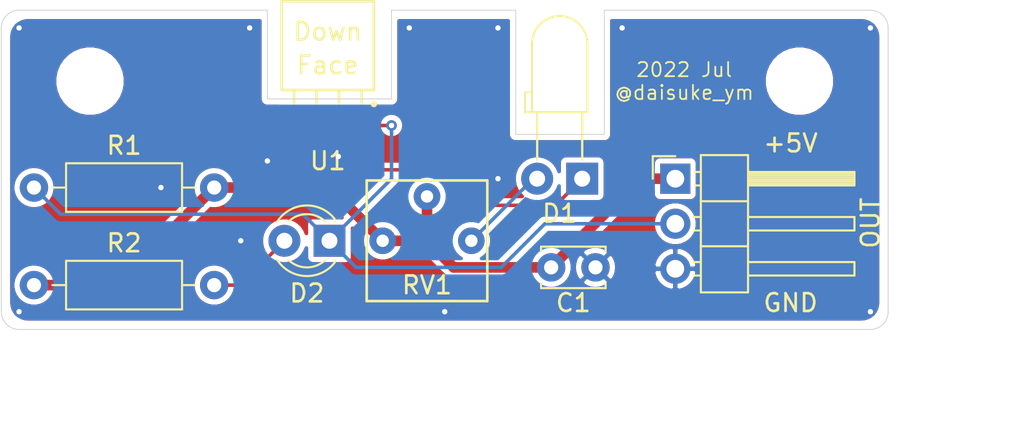
<source format=kicad_pcb>
(kicad_pcb (version 20171130) (host pcbnew "(5.1.12)-1")

  (general
    (thickness 1.6)
    (drawings 30)
    (tracks 49)
    (zones 0)
    (modules 10)
    (nets 7)
  )

  (page A4)
  (layers
    (0 F.Cu signal)
    (31 B.Cu signal)
    (32 B.Adhes user)
    (33 F.Adhes user)
    (34 B.Paste user)
    (35 F.Paste user)
    (36 B.SilkS user)
    (37 F.SilkS user)
    (38 B.Mask user)
    (39 F.Mask user)
    (40 Dwgs.User user)
    (41 Cmts.User user)
    (42 Eco1.User user hide)
    (43 Eco2.User user hide)
    (44 Edge.Cuts user)
    (45 Margin user)
    (46 B.CrtYd user)
    (47 F.CrtYd user)
    (48 B.Fab user)
    (49 F.Fab user)
  )

  (setup
    (last_trace_width 0.2)
    (trace_clearance 0.2)
    (zone_clearance 0.5)
    (zone_45_only no)
    (trace_min 0.2)
    (via_size 0.6)
    (via_drill 0.3)
    (via_min_size 0.4)
    (via_min_drill 0.3)
    (user_via 0.8 0.4)
    (uvia_size 0.3)
    (uvia_drill 0.1)
    (uvias_allowed no)
    (uvia_min_size 0.2)
    (uvia_min_drill 0.1)
    (edge_width 0.05)
    (segment_width 0.2)
    (pcb_text_width 0.3)
    (pcb_text_size 1.5 1.5)
    (mod_edge_width 0.12)
    (mod_text_size 1 1)
    (mod_text_width 0.15)
    (pad_size 1.524 1.524)
    (pad_drill 0.762)
    (pad_to_mask_clearance 0.05)
    (aux_axis_origin 130 120)
    (grid_origin 150 100)
    (visible_elements 7FFDFF7F)
    (pcbplotparams
      (layerselection 0x010f0_ffffffff)
      (usegerberextensions true)
      (usegerberattributes false)
      (usegerberadvancedattributes true)
      (creategerberjobfile false)
      (excludeedgelayer true)
      (linewidth 0.100000)
      (plotframeref false)
      (viasonmask false)
      (mode 1)
      (useauxorigin true)
      (hpglpennumber 1)
      (hpglpenspeed 20)
      (hpglpendiameter 15.000000)
      (psnegative false)
      (psa4output false)
      (plotreference true)
      (plotvalue false)
      (plotinvisibletext false)
      (padsonsilk false)
      (subtractmaskfromsilk false)
      (outputformat 1)
      (mirror false)
      (drillshape 0)
      (scaleselection 1)
      (outputdirectory "gerber/"))
  )

  (net 0 "")
  (net 1 +5V)
  (net 2 GND)
  (net 3 "Net-(D1-Pad2)")
  (net 4 "Net-(D2-Pad2)")
  (net 5 /WS1)
  (net 6 "Net-(D1-Pad1)")

  (net_class Default "This is the default net class."
    (clearance 0.2)
    (trace_width 0.2)
    (via_dia 0.6)
    (via_drill 0.3)
    (uvia_dia 0.3)
    (uvia_drill 0.1)
    (add_net /WS1)
    (add_net GND)
    (add_net "Net-(D1-Pad1)")
    (add_net "Net-(D1-Pad2)")
    (add_net "Net-(D2-Pad2)")
  )

  (net_class IrLED ""
    (clearance 0.2)
    (trace_width 0.4)
    (via_dia 0.8)
    (via_drill 0.4)
    (uvia_dia 0.3)
    (uvia_drill 0.1)
  )

  (net_class Power ""
    (clearance 0.2)
    (trace_width 0.6)
    (via_dia 1)
    (via_drill 0.6)
    (uvia_dia 0.3)
    (uvia_drill 0.1)
    (add_net +5V)
  )

  (module MountingHole:MountingHole_3.2mm_M3 locked (layer F.Cu) (tedit 56D1B4CB) (tstamp 60FEC57C)
    (at 170 84)
    (descr "Mounting Hole 3.2mm, no annular, M3")
    (tags "mounting hole 3.2mm no annular m3")
    (attr virtual)
    (fp_text reference MH2 (at 0 -4.2) (layer F.SilkS) hide
      (effects (font (size 1 1) (thickness 0.15)))
    )
    (fp_text value MountingHole_3.2mm_M3 (at 0 4.2) (layer F.Fab) hide
      (effects (font (size 1 1) (thickness 0.15)))
    )
    (fp_circle (center 0 0) (end 3.45 0) (layer F.CrtYd) (width 0.05))
    (fp_circle (center 0 0) (end 3.2 0) (layer Cmts.User) (width 0.15))
    (fp_text user %R (at 0.3 0) (layer F.Fab) hide
      (effects (font (size 1 1) (thickness 0.15)))
    )
    (pad 1 np_thru_hole circle (at 0 0) (size 3.2 3.2) (drill 3.2) (layers *.Cu *.Mask))
  )

  (module MountingHole:MountingHole_3.2mm_M3 locked (layer F.Cu) (tedit 56D1B4CB) (tstamp 62C300B1)
    (at 130 84)
    (descr "Mounting Hole 3.2mm, no annular, M3")
    (tags "mounting hole 3.2mm no annular m3")
    (attr virtual)
    (fp_text reference MH1 (at 0 -4.2) (layer F.SilkS) hide
      (effects (font (size 1 1) (thickness 0.15)))
    )
    (fp_text value MountingHole_3.2mm_M3 (at 0 4.2) (layer F.Fab) hide
      (effects (font (size 1 1) (thickness 0.15)))
    )
    (fp_circle (center 0 0) (end 3.2 0) (layer Cmts.User) (width 0.15))
    (fp_circle (center 0 0) (end 3.45 0) (layer F.CrtYd) (width 0.05))
    (fp_text user %R (at 0.3 0) (layer F.Fab) hide
      (effects (font (size 1 1) (thickness 0.15)))
    )
    (pad 1 np_thru_hole circle (at 0 0) (size 3.2 3.2) (drill 3.2) (layers *.Cu *.Mask))
  )

  (module Capacitor_THT:C_Disc_D3.4mm_W2.1mm_P2.50mm (layer F.Cu) (tedit 5AE50EF0) (tstamp 60FFB19D)
    (at 156 94.5)
    (descr "C, Disc series, Radial, pin pitch=2.50mm, , diameter*width=3.4*2.1mm^2, Capacitor, http://www.vishay.com/docs/45233/krseries.pdf")
    (tags "C Disc series Radial pin pitch 2.50mm  diameter 3.4mm width 2.1mm Capacitor")
    (path /5F9EB34C)
    (fp_text reference C1 (at 1.25 2) (layer F.SilkS)
      (effects (font (size 1 1) (thickness 0.15)))
    )
    (fp_text value 0.1u (at 1.25 2.3) (layer F.Fab)
      (effects (font (size 1 1) (thickness 0.15)))
    )
    (fp_line (start 3.55 -1.3) (end -1.05 -1.3) (layer F.CrtYd) (width 0.05))
    (fp_line (start 3.55 1.3) (end 3.55 -1.3) (layer F.CrtYd) (width 0.05))
    (fp_line (start -1.05 1.3) (end 3.55 1.3) (layer F.CrtYd) (width 0.05))
    (fp_line (start -1.05 -1.3) (end -1.05 1.3) (layer F.CrtYd) (width 0.05))
    (fp_line (start 3.07 0.925) (end 3.07 1.17) (layer F.SilkS) (width 0.12))
    (fp_line (start 3.07 -1.17) (end 3.07 -0.925) (layer F.SilkS) (width 0.12))
    (fp_line (start -0.57 0.925) (end -0.57 1.17) (layer F.SilkS) (width 0.12))
    (fp_line (start -0.57 -1.17) (end -0.57 -0.925) (layer F.SilkS) (width 0.12))
    (fp_line (start -0.57 1.17) (end 3.07 1.17) (layer F.SilkS) (width 0.12))
    (fp_line (start -0.57 -1.17) (end 3.07 -1.17) (layer F.SilkS) (width 0.12))
    (fp_line (start 2.95 -1.05) (end -0.45 -1.05) (layer F.Fab) (width 0.1))
    (fp_line (start 2.95 1.05) (end 2.95 -1.05) (layer F.Fab) (width 0.1))
    (fp_line (start -0.45 1.05) (end 2.95 1.05) (layer F.Fab) (width 0.1))
    (fp_line (start -0.45 -1.05) (end -0.45 1.05) (layer F.Fab) (width 0.1))
    (fp_text user %R (at 1.25 0) (layer F.Fab)
      (effects (font (size 0.68 0.68) (thickness 0.102)))
    )
    (pad 1 thru_hole circle (at 0 0) (size 1.6 1.6) (drill 0.8) (layers *.Cu *.Mask)
      (net 1 +5V))
    (pad 2 thru_hole circle (at 2.5 0) (size 1.6 1.6) (drill 0.8) (layers *.Cu *.Mask)
      (net 2 GND))
    (model ${KISYS3DMOD}/Capacitor_THT.3dshapes/C_Disc_D3.4mm_W2.1mm_P2.50mm.wrl
      (at (xyz 0 0 0))
      (scale (xyz 1 1 1))
      (rotate (xyz 0 0 0))
    )
  )

  (module LED_THT:LED_D3.0mm_Horizontal_O3.81mm_Z6.0mm (layer F.Cu) (tedit 5880A862) (tstamp 60FFB1C7)
    (at 157.75 89.5 180)
    (descr "LED, diameter 3.0mm z-position of LED center 2.0mm, 2 pins, diameter 3.0mm z-position of LED center 2.0mm, 2 pins, diameter 3.0mm z-position of LED center 2.0mm, 2 pins, diameter 3.0mm z-position of LED center 6.0mm, 2 pins, diameter 3.0mm z-position of LED center 6.0mm, 2 pins")
    (tags "LED diameter 3.0mm z-position of LED center 2.0mm 2 pins diameter 3.0mm z-position of LED center 2.0mm 2 pins diameter 3.0mm z-position of LED center 2.0mm 2 pins diameter 3.0mm z-position of LED center 6.0mm 2 pins diameter 3.0mm z-position of LED center 6.0mm 2 pins")
    (path /5F96A99A)
    (fp_text reference D1 (at 1.27 -1.96) (layer F.SilkS)
      (effects (font (size 1 1) (thickness 0.15)))
    )
    (fp_text value "IR LED" (at 1.27 10.17) (layer F.Fab)
      (effects (font (size 1 1) (thickness 0.15)))
    )
    (fp_line (start 3.75 -1.25) (end -1.25 -1.25) (layer F.CrtYd) (width 0.05))
    (fp_line (start 3.75 9.45) (end 3.75 -1.25) (layer F.CrtYd) (width 0.05))
    (fp_line (start -1.25 9.45) (end 3.75 9.45) (layer F.CrtYd) (width 0.05))
    (fp_line (start -1.25 -1.25) (end -1.25 9.45) (layer F.CrtYd) (width 0.05))
    (fp_line (start 2.54 1.08) (end 2.54 1.08) (layer F.SilkS) (width 0.12))
    (fp_line (start 2.54 3.75) (end 2.54 1.08) (layer F.SilkS) (width 0.12))
    (fp_line (start 2.54 3.75) (end 2.54 3.75) (layer F.SilkS) (width 0.12))
    (fp_line (start 2.54 1.08) (end 2.54 3.75) (layer F.SilkS) (width 0.12))
    (fp_line (start 0 1.08) (end 0 1.08) (layer F.SilkS) (width 0.12))
    (fp_line (start 0 3.75) (end 0 1.08) (layer F.SilkS) (width 0.12))
    (fp_line (start 0 3.75) (end 0 3.75) (layer F.SilkS) (width 0.12))
    (fp_line (start 0 1.08) (end 0 3.75) (layer F.SilkS) (width 0.12))
    (fp_line (start 2.83 3.75) (end 3.23 3.75) (layer F.SilkS) (width 0.12))
    (fp_line (start 2.83 4.87) (end 2.83 3.75) (layer F.SilkS) (width 0.12))
    (fp_line (start 3.23 4.87) (end 2.83 4.87) (layer F.SilkS) (width 0.12))
    (fp_line (start 3.23 3.75) (end 3.23 4.87) (layer F.SilkS) (width 0.12))
    (fp_line (start -0.29 3.75) (end 2.83 3.75) (layer F.SilkS) (width 0.12))
    (fp_line (start 2.83 3.75) (end 2.83 7.61) (layer F.SilkS) (width 0.12))
    (fp_line (start -0.29 3.75) (end -0.29 7.61) (layer F.SilkS) (width 0.12))
    (fp_line (start 2.54 0) (end 2.54 0) (layer F.Fab) (width 0.1))
    (fp_line (start 2.54 3.81) (end 2.54 0) (layer F.Fab) (width 0.1))
    (fp_line (start 2.54 3.81) (end 2.54 3.81) (layer F.Fab) (width 0.1))
    (fp_line (start 2.54 0) (end 2.54 3.81) (layer F.Fab) (width 0.1))
    (fp_line (start 0 0) (end 0 0) (layer F.Fab) (width 0.1))
    (fp_line (start 0 3.81) (end 0 0) (layer F.Fab) (width 0.1))
    (fp_line (start 0 3.81) (end 0 3.81) (layer F.Fab) (width 0.1))
    (fp_line (start 0 0) (end 0 3.81) (layer F.Fab) (width 0.1))
    (fp_line (start 2.77 3.81) (end 3.17 3.81) (layer F.Fab) (width 0.1))
    (fp_line (start 2.77 4.81) (end 2.77 3.81) (layer F.Fab) (width 0.1))
    (fp_line (start 3.17 4.81) (end 2.77 4.81) (layer F.Fab) (width 0.1))
    (fp_line (start 3.17 3.81) (end 3.17 4.81) (layer F.Fab) (width 0.1))
    (fp_line (start -0.23 3.81) (end 2.77 3.81) (layer F.Fab) (width 0.1))
    (fp_line (start 2.77 3.81) (end 2.77 7.61) (layer F.Fab) (width 0.1))
    (fp_line (start -0.23 3.81) (end -0.23 7.61) (layer F.Fab) (width 0.1))
    (fp_arc (start 1.27 7.61) (end -0.23 7.61) (angle -180) (layer F.Fab) (width 0.1))
    (fp_arc (start 1.27 7.61) (end -0.29 7.61) (angle -180) (layer F.SilkS) (width 0.12))
    (pad 1 thru_hole rect (at 0 0 180) (size 1.8 1.8) (drill 0.9) (layers *.Cu *.Mask)
      (net 6 "Net-(D1-Pad1)"))
    (pad 2 thru_hole circle (at 2.54 0 180) (size 1.8 1.8) (drill 0.9) (layers *.Cu *.Mask)
      (net 3 "Net-(D1-Pad2)"))
    (model ${KISYS3DMOD}/LED_THT.3dshapes/LED_D3.0mm_Horizontal_O3.81mm_Z6.0mm.wrl
      (at (xyz 0 0 0))
      (scale (xyz 1 1 1))
      (rotate (xyz 0 0 0))
    )
  )

  (module LED_THT:LED_D3.0mm_Clear (layer F.Cu) (tedit 5A6C9BC0) (tstamp 60FFB1DB)
    (at 143.5 93 180)
    (descr "IR-LED, diameter 3.0mm, 2 pins, color: clear")
    (tags "IR infrared LED diameter 3.0mm 2 pins clear")
    (path /5F96A994)
    (fp_text reference D2 (at 1.27 -2.96) (layer F.SilkS)
      (effects (font (size 1 1) (thickness 0.15)))
    )
    (fp_text value YELLOW (at 1.27 2.96) (layer F.Fab)
      (effects (font (size 1 1) (thickness 0.15)))
    )
    (fp_circle (center 1.27 0) (end 2.77 0) (layer F.Fab) (width 0.1))
    (fp_line (start 3.7 -2.25) (end -1.15 -2.25) (layer F.CrtYd) (width 0.05))
    (fp_line (start 3.7 2.25) (end 3.7 -2.25) (layer F.CrtYd) (width 0.05))
    (fp_line (start -1.15 2.25) (end 3.7 2.25) (layer F.CrtYd) (width 0.05))
    (fp_line (start -1.15 -2.25) (end -1.15 2.25) (layer F.CrtYd) (width 0.05))
    (fp_line (start -0.29 1.08) (end -0.29 1.236) (layer F.SilkS) (width 0.12))
    (fp_line (start -0.29 -1.236) (end -0.29 -1.08) (layer F.SilkS) (width 0.12))
    (fp_line (start -0.23 -1.16619) (end -0.23 1.16619) (layer F.Fab) (width 0.1))
    (fp_text user %R (at 1.47 0) (layer F.Fab)
      (effects (font (size 0.8 0.8) (thickness 0.12)))
    )
    (fp_arc (start 1.27 0) (end -0.23 -1.16619) (angle 284.3) (layer F.Fab) (width 0.1))
    (fp_arc (start 1.27 0) (end -0.29 -1.235516) (angle 108.8) (layer F.SilkS) (width 0.12))
    (fp_arc (start 1.27 0) (end -0.29 1.235516) (angle -108.8) (layer F.SilkS) (width 0.12))
    (fp_arc (start 1.27 0) (end 0.229039 -1.08) (angle 87.9) (layer F.SilkS) (width 0.12))
    (fp_arc (start 1.27 0) (end 0.229039 1.08) (angle -87.9) (layer F.SilkS) (width 0.12))
    (pad 1 thru_hole rect (at 0 0 180) (size 1.8 1.8) (drill 0.9) (layers *.Cu *.Mask)
      (net 5 /WS1))
    (pad 2 thru_hole circle (at 2.54 0 180) (size 1.8 1.8) (drill 0.9) (layers *.Cu *.Mask)
      (net 4 "Net-(D2-Pad2)"))
    (model ${KISYS3DMOD}/LED_THT.3dshapes/LED_D3.0mm_Clear.wrl
      (at (xyz 0 0 0))
      (scale (xyz 1 1 1))
      (rotate (xyz 0 0 0))
    )
  )

  (module Connector_PinHeader_2.54mm:PinHeader_1x03_P2.54mm_Horizontal (layer F.Cu) (tedit 59FED5CB) (tstamp 60FFB21B)
    (at 163 89.5)
    (descr "Through hole angled pin header, 1x03, 2.54mm pitch, 6mm pin length, single row")
    (tags "Through hole angled pin header THT 1x03 2.54mm single row")
    (path /60FFBC93)
    (fp_text reference J1 (at 4.385 -2.27) (layer F.SilkS) hide
      (effects (font (size 1 1) (thickness 0.15)))
    )
    (fp_text value Conn_01x03 (at 4.385 7.35) (layer F.Fab)
      (effects (font (size 1 1) (thickness 0.15)))
    )
    (fp_line (start 10.55 -1.8) (end -1.8 -1.8) (layer F.CrtYd) (width 0.05))
    (fp_line (start 10.55 6.85) (end 10.55 -1.8) (layer F.CrtYd) (width 0.05))
    (fp_line (start -1.8 6.85) (end 10.55 6.85) (layer F.CrtYd) (width 0.05))
    (fp_line (start -1.8 -1.8) (end -1.8 6.85) (layer F.CrtYd) (width 0.05))
    (fp_line (start -1.27 -1.27) (end 0 -1.27) (layer F.SilkS) (width 0.12))
    (fp_line (start -1.27 0) (end -1.27 -1.27) (layer F.SilkS) (width 0.12))
    (fp_line (start 1.042929 5.46) (end 1.44 5.46) (layer F.SilkS) (width 0.12))
    (fp_line (start 1.042929 4.7) (end 1.44 4.7) (layer F.SilkS) (width 0.12))
    (fp_line (start 10.1 5.46) (end 4.1 5.46) (layer F.SilkS) (width 0.12))
    (fp_line (start 10.1 4.7) (end 10.1 5.46) (layer F.SilkS) (width 0.12))
    (fp_line (start 4.1 4.7) (end 10.1 4.7) (layer F.SilkS) (width 0.12))
    (fp_line (start 1.44 3.81) (end 4.1 3.81) (layer F.SilkS) (width 0.12))
    (fp_line (start 1.042929 2.92) (end 1.44 2.92) (layer F.SilkS) (width 0.12))
    (fp_line (start 1.042929 2.16) (end 1.44 2.16) (layer F.SilkS) (width 0.12))
    (fp_line (start 10.1 2.92) (end 4.1 2.92) (layer F.SilkS) (width 0.12))
    (fp_line (start 10.1 2.16) (end 10.1 2.92) (layer F.SilkS) (width 0.12))
    (fp_line (start 4.1 2.16) (end 10.1 2.16) (layer F.SilkS) (width 0.12))
    (fp_line (start 1.44 1.27) (end 4.1 1.27) (layer F.SilkS) (width 0.12))
    (fp_line (start 1.11 0.38) (end 1.44 0.38) (layer F.SilkS) (width 0.12))
    (fp_line (start 1.11 -0.38) (end 1.44 -0.38) (layer F.SilkS) (width 0.12))
    (fp_line (start 4.1 0.28) (end 10.1 0.28) (layer F.SilkS) (width 0.12))
    (fp_line (start 4.1 0.16) (end 10.1 0.16) (layer F.SilkS) (width 0.12))
    (fp_line (start 4.1 0.04) (end 10.1 0.04) (layer F.SilkS) (width 0.12))
    (fp_line (start 4.1 -0.08) (end 10.1 -0.08) (layer F.SilkS) (width 0.12))
    (fp_line (start 4.1 -0.2) (end 10.1 -0.2) (layer F.SilkS) (width 0.12))
    (fp_line (start 4.1 -0.32) (end 10.1 -0.32) (layer F.SilkS) (width 0.12))
    (fp_line (start 10.1 0.38) (end 4.1 0.38) (layer F.SilkS) (width 0.12))
    (fp_line (start 10.1 -0.38) (end 10.1 0.38) (layer F.SilkS) (width 0.12))
    (fp_line (start 4.1 -0.38) (end 10.1 -0.38) (layer F.SilkS) (width 0.12))
    (fp_line (start 4.1 -1.33) (end 1.44 -1.33) (layer F.SilkS) (width 0.12))
    (fp_line (start 4.1 6.41) (end 4.1 -1.33) (layer F.SilkS) (width 0.12))
    (fp_line (start 1.44 6.41) (end 4.1 6.41) (layer F.SilkS) (width 0.12))
    (fp_line (start 1.44 -1.33) (end 1.44 6.41) (layer F.SilkS) (width 0.12))
    (fp_line (start 4.04 5.4) (end 10.04 5.4) (layer F.Fab) (width 0.1))
    (fp_line (start 10.04 4.76) (end 10.04 5.4) (layer F.Fab) (width 0.1))
    (fp_line (start 4.04 4.76) (end 10.04 4.76) (layer F.Fab) (width 0.1))
    (fp_line (start -0.32 5.4) (end 1.5 5.4) (layer F.Fab) (width 0.1))
    (fp_line (start -0.32 4.76) (end -0.32 5.4) (layer F.Fab) (width 0.1))
    (fp_line (start -0.32 4.76) (end 1.5 4.76) (layer F.Fab) (width 0.1))
    (fp_line (start 4.04 2.86) (end 10.04 2.86) (layer F.Fab) (width 0.1))
    (fp_line (start 10.04 2.22) (end 10.04 2.86) (layer F.Fab) (width 0.1))
    (fp_line (start 4.04 2.22) (end 10.04 2.22) (layer F.Fab) (width 0.1))
    (fp_line (start -0.32 2.86) (end 1.5 2.86) (layer F.Fab) (width 0.1))
    (fp_line (start -0.32 2.22) (end -0.32 2.86) (layer F.Fab) (width 0.1))
    (fp_line (start -0.32 2.22) (end 1.5 2.22) (layer F.Fab) (width 0.1))
    (fp_line (start 4.04 0.32) (end 10.04 0.32) (layer F.Fab) (width 0.1))
    (fp_line (start 10.04 -0.32) (end 10.04 0.32) (layer F.Fab) (width 0.1))
    (fp_line (start 4.04 -0.32) (end 10.04 -0.32) (layer F.Fab) (width 0.1))
    (fp_line (start -0.32 0.32) (end 1.5 0.32) (layer F.Fab) (width 0.1))
    (fp_line (start -0.32 -0.32) (end -0.32 0.32) (layer F.Fab) (width 0.1))
    (fp_line (start -0.32 -0.32) (end 1.5 -0.32) (layer F.Fab) (width 0.1))
    (fp_line (start 1.5 -0.635) (end 2.135 -1.27) (layer F.Fab) (width 0.1))
    (fp_line (start 1.5 6.35) (end 1.5 -0.635) (layer F.Fab) (width 0.1))
    (fp_line (start 4.04 6.35) (end 1.5 6.35) (layer F.Fab) (width 0.1))
    (fp_line (start 4.04 -1.27) (end 4.04 6.35) (layer F.Fab) (width 0.1))
    (fp_line (start 2.135 -1.27) (end 4.04 -1.27) (layer F.Fab) (width 0.1))
    (fp_text user %R (at 2.77 2.54 -270) (layer F.Fab)
      (effects (font (size 1 1) (thickness 0.15)))
    )
    (pad 1 thru_hole rect (at 0 0) (size 1.7 1.7) (drill 1) (layers *.Cu *.Mask)
      (net 1 +5V))
    (pad 2 thru_hole oval (at 0 2.54) (size 1.7 1.7) (drill 1) (layers *.Cu *.Mask)
      (net 5 /WS1))
    (pad 3 thru_hole oval (at 0 5.08) (size 1.7 1.7) (drill 1) (layers *.Cu *.Mask)
      (net 2 GND))
    (model ${KISYS3DMOD}/Connector_PinHeader_2.54mm.3dshapes/PinHeader_1x03_P2.54mm_Horizontal.wrl
      (at (xyz 0 0 0))
      (scale (xyz 1 1 1))
      (rotate (xyz 0 0 0))
    )
  )

  (module Resistor_THT:R_Axial_DIN0207_L6.3mm_D2.5mm_P10.16mm_Horizontal (layer F.Cu) (tedit 5AE5139B) (tstamp 60FFB232)
    (at 126.84 90)
    (descr "Resistor, Axial_DIN0207 series, Axial, Horizontal, pin pitch=10.16mm, 0.25W = 1/4W, length*diameter=6.3*2.5mm^2, http://cdn-reichelt.de/documents/datenblatt/B400/1_4W%23YAG.pdf")
    (tags "Resistor Axial_DIN0207 series Axial Horizontal pin pitch 10.16mm 0.25W = 1/4W length 6.3mm diameter 2.5mm")
    (path /60FF9DF5)
    (fp_text reference R1 (at 5.08 -2.37) (layer F.SilkS)
      (effects (font (size 1 1) (thickness 0.15)))
    )
    (fp_text value 10k (at 5.08 2.37) (layer F.Fab)
      (effects (font (size 1 1) (thickness 0.15)))
    )
    (fp_line (start 1.93 -1.25) (end 1.93 1.25) (layer F.Fab) (width 0.1))
    (fp_line (start 1.93 1.25) (end 8.23 1.25) (layer F.Fab) (width 0.1))
    (fp_line (start 8.23 1.25) (end 8.23 -1.25) (layer F.Fab) (width 0.1))
    (fp_line (start 8.23 -1.25) (end 1.93 -1.25) (layer F.Fab) (width 0.1))
    (fp_line (start 0 0) (end 1.93 0) (layer F.Fab) (width 0.1))
    (fp_line (start 10.16 0) (end 8.23 0) (layer F.Fab) (width 0.1))
    (fp_line (start 1.81 -1.37) (end 1.81 1.37) (layer F.SilkS) (width 0.12))
    (fp_line (start 1.81 1.37) (end 8.35 1.37) (layer F.SilkS) (width 0.12))
    (fp_line (start 8.35 1.37) (end 8.35 -1.37) (layer F.SilkS) (width 0.12))
    (fp_line (start 8.35 -1.37) (end 1.81 -1.37) (layer F.SilkS) (width 0.12))
    (fp_line (start 1.04 0) (end 1.81 0) (layer F.SilkS) (width 0.12))
    (fp_line (start 9.12 0) (end 8.35 0) (layer F.SilkS) (width 0.12))
    (fp_line (start -1.05 -1.5) (end -1.05 1.5) (layer F.CrtYd) (width 0.05))
    (fp_line (start -1.05 1.5) (end 11.21 1.5) (layer F.CrtYd) (width 0.05))
    (fp_line (start 11.21 1.5) (end 11.21 -1.5) (layer F.CrtYd) (width 0.05))
    (fp_line (start 11.21 -1.5) (end -1.05 -1.5) (layer F.CrtYd) (width 0.05))
    (fp_text user %R (at 5.08 0) (layer F.Fab)
      (effects (font (size 1 1) (thickness 0.15)))
    )
    (pad 2 thru_hole oval (at 10.16 0) (size 1.6 1.6) (drill 0.8) (layers *.Cu *.Mask)
      (net 1 +5V))
    (pad 1 thru_hole circle (at 0 0) (size 1.6 1.6) (drill 0.8) (layers *.Cu *.Mask)
      (net 5 /WS1))
    (model ${KISYS3DMOD}/Resistor_THT.3dshapes/R_Axial_DIN0207_L6.3mm_D2.5mm_P10.16mm_Horizontal.wrl
      (at (xyz 0 0 0))
      (scale (xyz 1 1 1))
      (rotate (xyz 0 0 0))
    )
  )

  (module Resistor_THT:R_Axial_DIN0207_L6.3mm_D2.5mm_P10.16mm_Horizontal (layer F.Cu) (tedit 5AE5139B) (tstamp 60FFBB32)
    (at 126.84 95.5)
    (descr "Resistor, Axial_DIN0207 series, Axial, Horizontal, pin pitch=10.16mm, 0.25W = 1/4W, length*diameter=6.3*2.5mm^2, http://cdn-reichelt.de/documents/datenblatt/B400/1_4W%23YAG.pdf")
    (tags "Resistor Axial_DIN0207 series Axial Horizontal pin pitch 10.16mm 0.25W = 1/4W length 6.3mm diameter 2.5mm")
    (path /5F96A98E)
    (fp_text reference R2 (at 5.08 -2.37) (layer F.SilkS)
      (effects (font (size 1 1) (thickness 0.15)))
    )
    (fp_text value 1k (at 5.08 2.37) (layer F.Fab)
      (effects (font (size 1 1) (thickness 0.15)))
    )
    (fp_line (start 11.21 -1.5) (end -1.05 -1.5) (layer F.CrtYd) (width 0.05))
    (fp_line (start 11.21 1.5) (end 11.21 -1.5) (layer F.CrtYd) (width 0.05))
    (fp_line (start -1.05 1.5) (end 11.21 1.5) (layer F.CrtYd) (width 0.05))
    (fp_line (start -1.05 -1.5) (end -1.05 1.5) (layer F.CrtYd) (width 0.05))
    (fp_line (start 9.12 0) (end 8.35 0) (layer F.SilkS) (width 0.12))
    (fp_line (start 1.04 0) (end 1.81 0) (layer F.SilkS) (width 0.12))
    (fp_line (start 8.35 -1.37) (end 1.81 -1.37) (layer F.SilkS) (width 0.12))
    (fp_line (start 8.35 1.37) (end 8.35 -1.37) (layer F.SilkS) (width 0.12))
    (fp_line (start 1.81 1.37) (end 8.35 1.37) (layer F.SilkS) (width 0.12))
    (fp_line (start 1.81 -1.37) (end 1.81 1.37) (layer F.SilkS) (width 0.12))
    (fp_line (start 10.16 0) (end 8.23 0) (layer F.Fab) (width 0.1))
    (fp_line (start 0 0) (end 1.93 0) (layer F.Fab) (width 0.1))
    (fp_line (start 8.23 -1.25) (end 1.93 -1.25) (layer F.Fab) (width 0.1))
    (fp_line (start 8.23 1.25) (end 8.23 -1.25) (layer F.Fab) (width 0.1))
    (fp_line (start 1.93 1.25) (end 8.23 1.25) (layer F.Fab) (width 0.1))
    (fp_line (start 1.93 -1.25) (end 1.93 1.25) (layer F.Fab) (width 0.1))
    (fp_text user %R (at 5.08 0) (layer F.Fab)
      (effects (font (size 1 1) (thickness 0.15)))
    )
    (pad 1 thru_hole circle (at 0 0) (size 1.6 1.6) (drill 0.8) (layers *.Cu *.Mask)
      (net 1 +5V))
    (pad 2 thru_hole oval (at 10.16 0) (size 1.6 1.6) (drill 0.8) (layers *.Cu *.Mask)
      (net 4 "Net-(D2-Pad2)"))
    (model ${KISYS3DMOD}/Resistor_THT.3dshapes/R_Axial_DIN0207_L6.3mm_D2.5mm_P10.16mm_Horizontal.wrl
      (at (xyz 0 0 0))
      (scale (xyz 1 1 1))
      (rotate (xyz 0 0 0))
    )
  )

  (module MyLib:GF063P1 (layer F.Cu) (tedit 60DEA0D2) (tstamp 60FFB254)
    (at 149 93)
    (path /5F96A9A6)
    (fp_text reference RV1 (at 0 2.5) (layer F.SilkS)
      (effects (font (size 1 1) (thickness 0.15)))
    )
    (fp_text value 4K7 (at 0 4.2) (layer F.Fab)
      (effects (font (size 1 1) (thickness 0.15)))
    )
    (fp_line (start -3.4 -3.4) (end -3.4 3.4) (layer F.SilkS) (width 0.15))
    (fp_line (start -3.4 3.4) (end 3.4 3.4) (layer F.SilkS) (width 0.15))
    (fp_line (start 3.4 3.4) (end 3.4 -3.4) (layer F.SilkS) (width 0.15))
    (fp_line (start 3.4 -3.4) (end -3.4 -3.4) (layer F.SilkS) (width 0.15))
    (pad 1 thru_hole circle (at -2.5 0) (size 1.5 1.5) (drill 0.7) (layers *.Cu *.Mask)
      (net 1 +5V))
    (pad 2 thru_hole circle (at 0 -2.5) (size 1.5 1.5) (drill 0.7) (layers *.Cu *.Mask)
      (net 1 +5V))
    (pad 3 thru_hole circle (at 2.5 0) (size 1.5 1.5) (drill 0.7) (layers *.Cu *.Mask)
      (net 3 "Net-(D1-Pad2)"))
  )

  (module MyLib:S6809_Horizontal_Facedown (layer F.Cu) (tedit 5F90F51E) (tstamp 60FFB267)
    (at 143.405 86.5 180)
    (path /60FF8A57)
    (fp_text reference U1 (at 0 -2) (layer F.SilkS)
      (effects (font (size 1 1) (thickness 0.15)))
    )
    (fp_text value S6809 (at 0 -4) (layer F.Fab)
      (effects (font (size 1 1) (thickness 0.15)))
    )
    (fp_line (start -2.6 7) (end -2.6 2) (layer F.SilkS) (width 0.15))
    (fp_line (start 2.6 7) (end -2.6 7) (layer F.SilkS) (width 0.15))
    (fp_line (start 2.6 2) (end 2.6 7) (layer F.SilkS) (width 0.15))
    (fp_line (start -2.6 2) (end 2.6 2) (layer F.SilkS) (width 0.15))
    (fp_line (start 1.905 1.27) (end 1.905 2) (layer F.SilkS) (width 0.15))
    (fp_line (start 0.635 1.27) (end 0.635 2) (layer F.SilkS) (width 0.15))
    (fp_line (start -0.635 1.27) (end -0.635 2) (layer F.SilkS) (width 0.15))
    (fp_line (start -1.905 1.27) (end -1.905 2) (layer F.SilkS) (width 0.15))
    (fp_circle (center -2.6 1.2) (end -2.6 1.3) (layer F.SilkS) (width 0.15))
    (fp_text user Face (at 0 3.4) (layer F.SilkS)
      (effects (font (size 1 1) (thickness 0.15)))
    )
    (fp_text user Down (at 0 5.3) (layer F.SilkS)
      (effects (font (size 1 1) (thickness 0.15)))
    )
    (pad 1 smd rect (at -1.905 0 180) (size 1 2) (layers F.Cu F.Paste F.Mask)
      (net 5 /WS1))
    (pad 2 smd rect (at -0.635 0 180) (size 1 2) (layers F.Cu F.Paste F.Mask)
      (net 2 GND))
    (pad 3 smd rect (at 0.635 0 180) (size 1 2) (layers F.Cu F.Paste F.Mask)
      (net 6 "Net-(D1-Pad1)"))
    (pad 4 smd rect (at 1.905 0 180) (size 1 2) (layers F.Cu F.Paste F.Mask)
      (net 1 +5V))
  )

  (dimension 50 (width 0.15) (layer Dwgs.User)
    (gr_text "50.000 mm" (at 150 104.3) (layer Dwgs.User)
      (effects (font (size 1 1) (thickness 0.15)))
    )
    (feature1 (pts (xy 175 98) (xy 175 103.586421)))
    (feature2 (pts (xy 125 98) (xy 125 103.586421)))
    (crossbar (pts (xy 125 103) (xy 175 103)))
    (arrow1a (pts (xy 175 103) (xy 173.873496 103.586421)))
    (arrow1b (pts (xy 175 103) (xy 173.873496 102.413579)))
    (arrow2a (pts (xy 125 103) (xy 126.126504 103.586421)))
    (arrow2b (pts (xy 125 103) (xy 126.126504 102.413579)))
  )
  (dimension 18 (width 0.15) (layer Dwgs.User)
    (gr_text "18.000 mm" (at 181.3 89 90) (layer Dwgs.User)
      (effects (font (size 1 1) (thickness 0.15)))
    )
    (feature1 (pts (xy 175 80) (xy 180.586421 80)))
    (feature2 (pts (xy 175 98) (xy 180.586421 98)))
    (crossbar (pts (xy 180 98) (xy 180 80)))
    (arrow1a (pts (xy 180 80) (xy 180.586421 81.126504)))
    (arrow1b (pts (xy 180 80) (xy 179.413579 81.126504)))
    (arrow2a (pts (xy 180 98) (xy 180.586421 96.873496)))
    (arrow2b (pts (xy 180 98) (xy 179.413579 96.873496)))
  )
  (gr_line (start 110 98) (end 190 98) (layer Eco1.User) (width 0.15))
  (gr_text "2022 Jul\n@daisuke_ym" (at 163.5 84) (layer F.SilkS)
    (effects (font (size 0.8 0.8) (thickness 0.1)))
  )
  (gr_text OUT (at 174 92 90) (layer F.SilkS) (tstamp 60FFBBF1)
    (effects (font (size 1 1) (thickness 0.15)))
  )
  (gr_text GND (at 169.5 96.5) (layer F.SilkS) (tstamp 60FFBBEE)
    (effects (font (size 1 1) (thickness 0.15)))
  )
  (gr_text +5V (at 169.5 87.5) (layer F.SilkS)
    (effects (font (size 1 1) (thickness 0.15)))
  )
  (gr_line (start 174 98) (end 126 98) (layer Edge.Cuts) (width 0.05) (tstamp 60FEC61D))
  (gr_line (start 175 81) (end 175 97) (layer Edge.Cuts) (width 0.05) (tstamp 60FEC61C))
  (gr_line (start 159 80) (end 174 80) (layer Edge.Cuts) (width 0.05) (tstamp 60FEC61B))
  (gr_arc (start 174 81) (end 175 81) (angle -90) (layer Edge.Cuts) (width 0.05) (tstamp 60FEC60B))
  (gr_arc (start 174 97) (end 174 98) (angle -90) (layer Edge.Cuts) (width 0.05) (tstamp 60FEC60B))
  (gr_arc (start 126 97) (end 125 97) (angle -90) (layer Edge.Cuts) (width 0.05) (tstamp 60FEC60B))
  (gr_line (start 156.5 75) (end 156.5 91) (layer Eco1.User) (width 0.15))
  (gr_line (start 143.5 75) (end 143.5 91) (layer Eco1.User) (width 0.15))
  (gr_line (start 170 75) (end 170 110) (layer Eco1.User) (width 0.15))
  (gr_line (start 130 75) (end 130 110) (layer Eco1.User) (width 0.15))
  (gr_line (start 150 75) (end 150 110) (layer Eco1.User) (width 0.15))
  (gr_line (start 110 91) (end 190 91) (layer Eco1.User) (width 0.15))
  (gr_line (start 147 80) (end 154 80) (layer Edge.Cuts) (width 0.05) (tstamp 5F9662B0))
  (gr_arc (start 126 81) (end 126 80) (angle -90) (layer Edge.Cuts) (width 0.05))
  (gr_line (start 140 80) (end 126 80) (layer Edge.Cuts) (width 0.05))
  (gr_line (start 147 85) (end 147 80) (layer Edge.Cuts) (width 0.05))
  (gr_line (start 140 85) (end 147 85) (layer Edge.Cuts) (width 0.05))
  (gr_line (start 140 80) (end 140 85) (layer Edge.Cuts) (width 0.05))
  (gr_line (start 159 87) (end 159 80) (layer Edge.Cuts) (width 0.05))
  (gr_line (start 154 87) (end 159 87) (layer Edge.Cuts) (width 0.05))
  (gr_line (start 154 80) (end 154 87) (layer Edge.Cuts) (width 0.05))
  (gr_line (start 125 81) (end 125 97) (layer Edge.Cuts) (width 0.05) (tstamp 5F91706E))
  (gr_text "Grid Origin (150, 100)" (at 70 180) (layer Eco2.User)
    (effects (font (size 3 3) (thickness 0.15)))
  )

  (segment (start 161 89.5) (end 156 94.5) (width 0.6) (layer F.Cu) (net 1))
  (segment (start 163 89.5) (end 161 89.5) (width 0.6) (layer F.Cu) (net 1))
  (segment (start 141.5 89.5) (end 141.5 86.5) (width 0.6) (layer F.Cu) (net 1))
  (segment (start 131.5 95.5) (end 126.84 95.5) (width 0.6) (layer F.Cu) (net 1))
  (segment (start 137 90) (end 131.5 95.5) (width 0.6) (layer F.Cu) (net 1))
  (segment (start 141.5 90) (end 137 90) (width 0.6) (layer F.Cu) (net 1))
  (segment (start 141.5 89.5) (end 141.5 90) (width 0.6) (layer F.Cu) (net 1))
  (segment (start 149 93) (end 149 90.5) (width 0.6) (layer F.Cu) (net 1))
  (segment (start 150.5 94.5) (end 149 93) (width 0.6) (layer F.Cu) (net 1))
  (segment (start 156 94.5) (end 150.5 94.5) (width 0.6) (layer F.Cu) (net 1))
  (segment (start 146.5 93) (end 149 93) (width 0.6) (layer F.Cu) (net 1))
  (segment (start 146.5 93) (end 144 90.5) (width 0.6) (layer F.Cu) (net 1))
  (segment (start 144 90.5) (end 142 90.5) (width 0.6) (layer F.Cu) (net 1))
  (segment (start 142 90.5) (end 141.5 90) (width 0.6) (layer F.Cu) (net 1))
  (via (at 126 97) (size 0.6) (drill 0.3) (layers F.Cu B.Cu) (net 2))
  (via (at 126 81) (size 0.6) (drill 0.3) (layers F.Cu B.Cu) (net 2))
  (via (at 174 81) (size 0.6) (drill 0.3) (layers F.Cu B.Cu) (net 2))
  (via (at 174 97) (size 0.6) (drill 0.3) (layers F.Cu B.Cu) (net 2))
  (via (at 150 97) (size 0.6) (drill 0.3) (layers F.Cu B.Cu) (net 2))
  (via (at 140 88.5) (size 0.6) (drill 0.3) (layers F.Cu B.Cu) (net 2) (tstamp 62C3033E))
  (via (at 134 90) (size 0.6) (drill 0.3) (layers F.Cu B.Cu) (net 2) (tstamp 62C30340))
  (via (at 138.5 93) (size 0.6) (drill 0.3) (layers F.Cu B.Cu) (net 2) (tstamp 62C30342))
  (via (at 153 89.5) (size 0.6) (drill 0.3) (layers F.Cu B.Cu) (net 2) (tstamp 62C30344))
  (via (at 160 81) (size 0.6) (drill 0.3) (layers F.Cu B.Cu) (net 2) (tstamp 62C30346))
  (via (at 139 81) (size 0.6) (drill 0.3) (layers F.Cu B.Cu) (net 2) (tstamp 62C30348))
  (via (at 148 81) (size 0.6) (drill 0.3) (layers F.Cu B.Cu) (net 2) (tstamp 62C3034A))
  (via (at 153 81) (size 0.6) (drill 0.3) (layers F.Cu B.Cu) (net 2) (tstamp 62C3034C))
  (via (at 144 88.25) (size 0.6) (drill 0.3) (layers F.Cu B.Cu) (net 2) (tstamp 62C303D2))
  (segment (start 155 89.5) (end 155.21 89.5) (width 0.2) (layer F.Cu) (net 3))
  (segment (start 151.5 93) (end 155 89.5) (width 0.2) (layer B.Cu) (net 3))
  (segment (start 138.46 95.5) (end 140.96 93) (width 0.2) (layer F.Cu) (net 4))
  (segment (start 137 95.5) (end 138.46 95.5) (width 0.2) (layer F.Cu) (net 4))
  (segment (start 142 91.5) (end 128.34 91.5) (width 0.2) (layer B.Cu) (net 5))
  (segment (start 128.34 91.5) (end 126.84 90) (width 0.2) (layer B.Cu) (net 5))
  (segment (start 143.5 93) (end 142 91.5) (width 0.2) (layer B.Cu) (net 5))
  (segment (start 145 94.5) (end 143.5 93) (width 0.2) (layer B.Cu) (net 5))
  (segment (start 153.185999 94.5) (end 145 94.5) (width 0.2) (layer B.Cu) (net 5))
  (segment (start 155.645999 92.04) (end 153.185999 94.5) (width 0.2) (layer B.Cu) (net 5))
  (segment (start 163 92.04) (end 155.645999 92.04) (width 0.2) (layer B.Cu) (net 5))
  (via (at 147 86.5) (size 0.6) (drill 0.3) (layers F.Cu B.Cu) (net 5))
  (segment (start 147 89.5) (end 143.5 93) (width 0.2) (layer B.Cu) (net 5))
  (segment (start 147 86.5) (end 147 89.5) (width 0.2) (layer B.Cu) (net 5))
  (segment (start 147 86.5) (end 145.31 86.5) (width 0.2) (layer F.Cu) (net 5))
  (segment (start 142.77 86.5) (end 142.77 88.27) (width 0.2) (layer F.Cu) (net 6))
  (segment (start 142.77 88.27) (end 143.5 89) (width 0.2) (layer F.Cu) (net 6))
  (segment (start 143.5 89) (end 149.74175 89) (width 0.2) (layer F.Cu) (net 6))
  (segment (start 149.74175 89) (end 151.74175 91) (width 0.2) (layer F.Cu) (net 6))
  (segment (start 156.25 91) (end 157.75 89.5) (width 0.2) (layer F.Cu) (net 6))
  (segment (start 151.74175 91) (end 156.25 91) (width 0.2) (layer F.Cu) (net 6))

  (zone (net 2) (net_name GND) (layer F.Cu) (tstamp 6103B8CB) (hatch edge 0.508)
    (connect_pads (clearance 0.3))
    (min_thickness 0.2)
    (fill yes (arc_segments 32) (thermal_gap 0.3) (thermal_bridge_width 0.25) (smoothing fillet) (radius 1))
    (polygon
      (pts
        (xy 174.5 97.5) (xy 125.5 97.5) (xy 125.5 80.5) (xy 174.5 80.5)
      )
    )
    (filled_polygon
      (pts
        (xy 139.575001 84.979116) (xy 139.572944 85) (xy 139.58115 85.083314) (xy 139.605452 85.163427) (xy 139.644916 85.23726)
        (xy 139.698026 85.301974) (xy 139.76274 85.355084) (xy 139.836573 85.394548) (xy 139.916686 85.41885) (xy 139.979126 85.425)
        (xy 140 85.427056) (xy 140.020874 85.425) (xy 140.605452 85.425) (xy 140.598065 85.5) (xy 140.598065 87.5)
        (xy 140.605788 87.578414) (xy 140.62866 87.653814) (xy 140.665803 87.723303) (xy 140.715789 87.784211) (xy 140.776697 87.834197)
        (xy 140.800001 87.846653) (xy 140.8 89.3) (xy 137.975502 89.3) (xy 137.932101 89.235045) (xy 137.764955 89.067899)
        (xy 137.568413 88.936574) (xy 137.350027 88.846116) (xy 137.11819 88.8) (xy 136.88181 88.8) (xy 136.649973 88.846116)
        (xy 136.431587 88.936574) (xy 136.235045 89.067899) (xy 136.067899 89.235045) (xy 135.936574 89.431587) (xy 135.846116 89.649973)
        (xy 135.8 89.88181) (xy 135.8 90.11819) (xy 135.815241 90.194809) (xy 131.210051 94.8) (xy 127.815502 94.8)
        (xy 127.772101 94.735045) (xy 127.604955 94.567899) (xy 127.408413 94.436574) (xy 127.190027 94.346116) (xy 126.95819 94.3)
        (xy 126.72181 94.3) (xy 126.489973 94.346116) (xy 126.271587 94.436574) (xy 126.075045 94.567899) (xy 125.907899 94.735045)
        (xy 125.776574 94.931587) (xy 125.686116 95.149973) (xy 125.64 95.38181) (xy 125.64 95.61819) (xy 125.686116 95.850027)
        (xy 125.776574 96.068413) (xy 125.907899 96.264955) (xy 126.075045 96.432101) (xy 126.271587 96.563426) (xy 126.489973 96.653884)
        (xy 126.72181 96.7) (xy 126.95819 96.7) (xy 127.190027 96.653884) (xy 127.408413 96.563426) (xy 127.604955 96.432101)
        (xy 127.772101 96.264955) (xy 127.815502 96.2) (xy 131.465613 96.2) (xy 131.5 96.203387) (xy 131.534387 96.2)
        (xy 131.53439 96.2) (xy 131.637224 96.189872) (xy 131.769175 96.149845) (xy 131.890781 96.084845) (xy 131.99737 95.99737)
        (xy 132.019296 95.970653) (xy 136.805191 91.184759) (xy 136.88181 91.2) (xy 137.11819 91.2) (xy 137.350027 91.153884)
        (xy 137.568413 91.063426) (xy 137.764955 90.932101) (xy 137.932101 90.764955) (xy 137.975502 90.7) (xy 141.210051 90.7)
        (xy 141.480707 90.970657) (xy 141.50263 90.99737) (xy 141.609219 91.084845) (xy 141.730825 91.149845) (xy 141.862776 91.189872)
        (xy 141.96561 91.2) (xy 141.965613 91.2) (xy 142 91.203387) (xy 142.034387 91.2) (xy 143.710051 91.2)
        (xy 144.208116 91.698065) (xy 142.6 91.698065) (xy 142.521586 91.705788) (xy 142.446186 91.72866) (xy 142.376697 91.765803)
        (xy 142.315789 91.815789) (xy 142.265803 91.876697) (xy 142.22866 91.946186) (xy 142.205788 92.021586) (xy 142.198065 92.1)
        (xy 142.198065 92.591889) (xy 142.112045 92.384219) (xy 141.969776 92.171298) (xy 141.788702 91.990224) (xy 141.575781 91.847955)
        (xy 141.339196 91.749958) (xy 141.088039 91.7) (xy 140.831961 91.7) (xy 140.580804 91.749958) (xy 140.344219 91.847955)
        (xy 140.131298 91.990224) (xy 139.950224 92.171298) (xy 139.807955 92.384219) (xy 139.709958 92.620804) (xy 139.66 92.871961)
        (xy 139.66 93.128039) (xy 139.709958 93.379196) (xy 139.757917 93.494978) (xy 138.252895 95) (xy 138.091763 95)
        (xy 138.063426 94.931587) (xy 137.932101 94.735045) (xy 137.764955 94.567899) (xy 137.568413 94.436574) (xy 137.350027 94.346116)
        (xy 137.11819 94.3) (xy 136.88181 94.3) (xy 136.649973 94.346116) (xy 136.431587 94.436574) (xy 136.235045 94.567899)
        (xy 136.067899 94.735045) (xy 135.936574 94.931587) (xy 135.846116 95.149973) (xy 135.8 95.38181) (xy 135.8 95.61819)
        (xy 135.846116 95.850027) (xy 135.936574 96.068413) (xy 136.067899 96.264955) (xy 136.235045 96.432101) (xy 136.431587 96.563426)
        (xy 136.649973 96.653884) (xy 136.88181 96.7) (xy 137.11819 96.7) (xy 137.350027 96.653884) (xy 137.568413 96.563426)
        (xy 137.764955 96.432101) (xy 137.932101 96.264955) (xy 138.063426 96.068413) (xy 138.091763 96) (xy 138.43544 96)
        (xy 138.46 96.002419) (xy 138.48456 96) (xy 138.558017 95.992765) (xy 138.652267 95.964175) (xy 138.739129 95.917746)
        (xy 138.815264 95.855264) (xy 138.830929 95.836176) (xy 140.465022 94.202083) (xy 140.580804 94.250042) (xy 140.831961 94.3)
        (xy 141.088039 94.3) (xy 141.339196 94.250042) (xy 141.575781 94.152045) (xy 141.788702 94.009776) (xy 141.969776 93.828702)
        (xy 142.112045 93.615781) (xy 142.198065 93.408111) (xy 142.198065 93.9) (xy 142.205788 93.978414) (xy 142.22866 94.053814)
        (xy 142.265803 94.123303) (xy 142.315789 94.184211) (xy 142.376697 94.234197) (xy 142.446186 94.27134) (xy 142.521586 94.294212)
        (xy 142.6 94.301935) (xy 144.4 94.301935) (xy 144.478414 94.294212) (xy 144.553814 94.27134) (xy 144.623303 94.234197)
        (xy 144.684211 94.184211) (xy 144.734197 94.123303) (xy 144.77134 94.053814) (xy 144.794212 93.978414) (xy 144.801935 93.9)
        (xy 144.801935 92.291885) (xy 145.357762 92.847712) (xy 145.35 92.886735) (xy 145.35 93.113265) (xy 145.394194 93.335443)
        (xy 145.480884 93.544729) (xy 145.606737 93.733082) (xy 145.766918 93.893263) (xy 145.955271 94.019116) (xy 146.164557 94.105806)
        (xy 146.386735 94.15) (xy 146.613265 94.15) (xy 146.835443 94.105806) (xy 147.044729 94.019116) (xy 147.233082 93.893263)
        (xy 147.393263 93.733082) (xy 147.415368 93.7) (xy 148.710051 93.7) (xy 149.980704 94.970653) (xy 150.00263 94.99737)
        (xy 150.109219 95.084845) (xy 150.230825 95.149845) (xy 150.362776 95.189872) (xy 150.46561 95.2) (xy 150.465612 95.2)
        (xy 150.499999 95.203387) (xy 150.534386 95.2) (xy 155.024498 95.2) (xy 155.067899 95.264955) (xy 155.235045 95.432101)
        (xy 155.431587 95.563426) (xy 155.649973 95.653884) (xy 155.88181 95.7) (xy 156.11819 95.7) (xy 156.350027 95.653884)
        (xy 156.568413 95.563426) (xy 156.764955 95.432101) (xy 156.897656 95.2994) (xy 157.735955 95.2994) (xy 157.811622 95.490003)
        (xy 158.017989 95.605276) (xy 158.242879 95.678074) (xy 158.47765 95.705599) (xy 158.713281 95.686795) (xy 158.940715 95.622381)
        (xy 159.151212 95.514836) (xy 159.188378 95.490003) (xy 159.264045 95.2994) (xy 158.5 94.535355) (xy 157.735955 95.2994)
        (xy 156.897656 95.2994) (xy 156.932101 95.264955) (xy 157.063426 95.068413) (xy 157.153884 94.850027) (xy 157.2 94.61819)
        (xy 157.2 94.38181) (xy 157.184759 94.30519) (xy 157.357755 94.132194) (xy 157.321926 94.242879) (xy 157.294401 94.47765)
        (xy 157.313205 94.713281) (xy 157.377619 94.940715) (xy 157.485164 95.151212) (xy 157.509997 95.188378) (xy 157.7006 95.264045)
        (xy 158.464645 94.5) (xy 158.535355 94.5) (xy 159.2994 95.264045) (xy 159.490003 95.188378) (xy 159.605276 94.982011)
        (xy 159.66413 94.800196) (xy 161.769547 94.800196) (xy 161.778943 94.847439) (xy 161.85458 95.080517) (xy 161.974235 95.29436)
        (xy 162.13331 95.480751) (xy 162.325691 95.632526) (xy 162.543985 95.743853) (xy 162.779804 95.810454) (xy 162.975 95.729751)
        (xy 162.975 94.605) (xy 163.025 94.605) (xy 163.025 95.729751) (xy 163.220196 95.810454) (xy 163.456015 95.743853)
        (xy 163.674309 95.632526) (xy 163.86669 95.480751) (xy 164.025765 95.29436) (xy 164.14542 95.080517) (xy 164.221057 94.847439)
        (xy 164.230453 94.800196) (xy 164.149728 94.605) (xy 163.025 94.605) (xy 162.975 94.605) (xy 161.850272 94.605)
        (xy 161.769547 94.800196) (xy 159.66413 94.800196) (xy 159.678074 94.757121) (xy 159.705599 94.52235) (xy 159.692628 94.359804)
        (xy 161.769547 94.359804) (xy 161.850272 94.555) (xy 162.975 94.555) (xy 162.975 93.430249) (xy 163.025 93.430249)
        (xy 163.025 94.555) (xy 164.149728 94.555) (xy 164.230453 94.359804) (xy 164.221057 94.312561) (xy 164.14542 94.079483)
        (xy 164.025765 93.86564) (xy 163.86669 93.679249) (xy 163.674309 93.527474) (xy 163.456015 93.416147) (xy 163.220196 93.349546)
        (xy 163.025 93.430249) (xy 162.975 93.430249) (xy 162.779804 93.349546) (xy 162.543985 93.416147) (xy 162.325691 93.527474)
        (xy 162.13331 93.679249) (xy 161.974235 93.86564) (xy 161.85458 94.079483) (xy 161.778943 94.312561) (xy 161.769547 94.359804)
        (xy 159.692628 94.359804) (xy 159.686795 94.286719) (xy 159.622381 94.059285) (xy 159.514836 93.848788) (xy 159.490003 93.811622)
        (xy 159.2994 93.735955) (xy 158.535355 94.5) (xy 158.464645 94.5) (xy 158.450503 94.485858) (xy 158.485858 94.450503)
        (xy 158.5 94.464645) (xy 159.264045 93.7006) (xy 159.188378 93.509997) (xy 158.982011 93.394724) (xy 158.757121 93.321926)
        (xy 158.52235 93.294401) (xy 158.286719 93.313205) (xy 158.13329 93.356659) (xy 159.573063 91.916886) (xy 161.75 91.916886)
        (xy 161.75 92.163114) (xy 161.798037 92.404611) (xy 161.892265 92.632097) (xy 162.029062 92.836828) (xy 162.203172 93.010938)
        (xy 162.407903 93.147735) (xy 162.635389 93.241963) (xy 162.876886 93.29) (xy 163.123114 93.29) (xy 163.364611 93.241963)
        (xy 163.592097 93.147735) (xy 163.796828 93.010938) (xy 163.970938 92.836828) (xy 164.107735 92.632097) (xy 164.201963 92.404611)
        (xy 164.25 92.163114) (xy 164.25 91.916886) (xy 164.201963 91.675389) (xy 164.107735 91.447903) (xy 163.970938 91.243172)
        (xy 163.796828 91.069062) (xy 163.592097 90.932265) (xy 163.364611 90.838037) (xy 163.123114 90.79) (xy 162.876886 90.79)
        (xy 162.635389 90.838037) (xy 162.407903 90.932265) (xy 162.203172 91.069062) (xy 162.029062 91.243172) (xy 161.892265 91.447903)
        (xy 161.798037 91.675389) (xy 161.75 91.916886) (xy 159.573063 91.916886) (xy 161.28995 90.2) (xy 161.748065 90.2)
        (xy 161.748065 90.35) (xy 161.755788 90.428414) (xy 161.77866 90.503814) (xy 161.815803 90.573303) (xy 161.865789 90.634211)
        (xy 161.926697 90.684197) (xy 161.996186 90.72134) (xy 162.071586 90.744212) (xy 162.15 90.751935) (xy 163.85 90.751935)
        (xy 163.928414 90.744212) (xy 164.003814 90.72134) (xy 164.073303 90.684197) (xy 164.134211 90.634211) (xy 164.184197 90.573303)
        (xy 164.22134 90.503814) (xy 164.244212 90.428414) (xy 164.251935 90.35) (xy 164.251935 88.65) (xy 164.244212 88.571586)
        (xy 164.22134 88.496186) (xy 164.184197 88.426697) (xy 164.134211 88.365789) (xy 164.073303 88.315803) (xy 164.003814 88.27866)
        (xy 163.928414 88.255788) (xy 163.85 88.248065) (xy 162.15 88.248065) (xy 162.071586 88.255788) (xy 161.996186 88.27866)
        (xy 161.926697 88.315803) (xy 161.865789 88.365789) (xy 161.815803 88.426697) (xy 161.77866 88.496186) (xy 161.755788 88.571586)
        (xy 161.748065 88.65) (xy 161.748065 88.8) (xy 161.034387 88.8) (xy 161 88.796613) (xy 160.965613 88.8)
        (xy 160.96561 88.8) (xy 160.862776 88.810128) (xy 160.74414 88.846116) (xy 160.730825 88.850155) (xy 160.609218 88.915155)
        (xy 160.529342 88.980708) (xy 160.50263 89.00263) (xy 160.480709 89.029341) (xy 159.045586 90.464464) (xy 159.051935 90.4)
        (xy 159.051935 88.6) (xy 159.044212 88.521586) (xy 159.02134 88.446186) (xy 158.984197 88.376697) (xy 158.934211 88.315789)
        (xy 158.873303 88.265803) (xy 158.803814 88.22866) (xy 158.728414 88.205788) (xy 158.65 88.198065) (xy 156.85 88.198065)
        (xy 156.771586 88.205788) (xy 156.696186 88.22866) (xy 156.626697 88.265803) (xy 156.565789 88.315789) (xy 156.515803 88.376697)
        (xy 156.47866 88.446186) (xy 156.455788 88.521586) (xy 156.448065 88.6) (xy 156.448065 89.091889) (xy 156.362045 88.884219)
        (xy 156.219776 88.671298) (xy 156.038702 88.490224) (xy 155.825781 88.347955) (xy 155.589196 88.249958) (xy 155.338039 88.2)
        (xy 155.081961 88.2) (xy 154.830804 88.249958) (xy 154.594219 88.347955) (xy 154.381298 88.490224) (xy 154.200224 88.671298)
        (xy 154.057955 88.884219) (xy 153.959958 89.120804) (xy 153.91 89.371961) (xy 153.91 89.628039) (xy 153.959958 89.879196)
        (xy 154.057955 90.115781) (xy 154.200224 90.328702) (xy 154.371522 90.5) (xy 151.948856 90.5) (xy 150.112679 88.663824)
        (xy 150.097014 88.644736) (xy 150.020879 88.582254) (xy 149.934017 88.535825) (xy 149.839767 88.507235) (xy 149.76631 88.5)
        (xy 149.74175 88.497581) (xy 149.71719 88.5) (xy 143.707107 88.5) (xy 143.27 88.062895) (xy 143.27 87.901935)
        (xy 143.348414 87.894212) (xy 143.405 87.877047) (xy 143.461586 87.894212) (xy 143.54 87.901935) (xy 143.915 87.9)
        (xy 144.015 87.8) (xy 144.015 86.525) (xy 143.995 86.525) (xy 143.995 86.475) (xy 144.015 86.475)
        (xy 144.015 86.455) (xy 144.065 86.455) (xy 144.065 86.475) (xy 144.085 86.475) (xy 144.085 86.525)
        (xy 144.065 86.525) (xy 144.065 87.8) (xy 144.165 87.9) (xy 144.54 87.901935) (xy 144.618414 87.894212)
        (xy 144.675 87.877047) (xy 144.731586 87.894212) (xy 144.81 87.901935) (xy 145.81 87.901935) (xy 145.888414 87.894212)
        (xy 145.963814 87.87134) (xy 146.033303 87.834197) (xy 146.094211 87.784211) (xy 146.144197 87.723303) (xy 146.18134 87.653814)
        (xy 146.204212 87.578414) (xy 146.211935 87.5) (xy 146.211935 87) (xy 146.51005 87) (xy 146.553776 87.043726)
        (xy 146.668426 87.120332) (xy 146.795818 87.173099) (xy 146.931056 87.2) (xy 147.068944 87.2) (xy 147.204182 87.173099)
        (xy 147.331574 87.120332) (xy 147.446224 87.043726) (xy 147.543726 86.946224) (xy 147.620332 86.831574) (xy 147.673099 86.704182)
        (xy 147.7 86.568944) (xy 147.7 86.431056) (xy 147.673099 86.295818) (xy 147.620332 86.168426) (xy 147.543726 86.053776)
        (xy 147.446224 85.956274) (xy 147.331574 85.879668) (xy 147.204182 85.826901) (xy 147.068944 85.8) (xy 146.931056 85.8)
        (xy 146.795818 85.826901) (xy 146.668426 85.879668) (xy 146.553776 85.956274) (xy 146.51005 86) (xy 146.211935 86)
        (xy 146.211935 85.5) (xy 146.204548 85.425) (xy 146.979126 85.425) (xy 147 85.427056) (xy 147.020874 85.425)
        (xy 147.083314 85.41885) (xy 147.163427 85.394548) (xy 147.23726 85.355084) (xy 147.301974 85.301974) (xy 147.355084 85.23726)
        (xy 147.394548 85.163427) (xy 147.41885 85.083314) (xy 147.427056 85) (xy 147.425 84.979126) (xy 147.425 80.6)
        (xy 153.575 80.6) (xy 153.575001 86.979116) (xy 153.572944 87) (xy 153.58115 87.083314) (xy 153.605452 87.163427)
        (xy 153.644916 87.23726) (xy 153.698026 87.301974) (xy 153.76274 87.355084) (xy 153.836573 87.394548) (xy 153.916686 87.41885)
        (xy 153.979126 87.425) (xy 154 87.427056) (xy 154.020874 87.425) (xy 158.979126 87.425) (xy 159 87.427056)
        (xy 159.020874 87.425) (xy 159.083314 87.41885) (xy 159.163427 87.394548) (xy 159.23726 87.355084) (xy 159.301974 87.301974)
        (xy 159.355084 87.23726) (xy 159.394548 87.163427) (xy 159.41885 87.083314) (xy 159.427056 87) (xy 159.425 86.979126)
        (xy 159.425 83.803017) (xy 168 83.803017) (xy 168 84.196983) (xy 168.076859 84.583378) (xy 168.227623 84.947355)
        (xy 168.446499 85.274926) (xy 168.725074 85.553501) (xy 169.052645 85.772377) (xy 169.416622 85.923141) (xy 169.803017 86)
        (xy 170.196983 86) (xy 170.583378 85.923141) (xy 170.947355 85.772377) (xy 171.274926 85.553501) (xy 171.553501 85.274926)
        (xy 171.772377 84.947355) (xy 171.923141 84.583378) (xy 172 84.196983) (xy 172 83.803017) (xy 171.923141 83.416622)
        (xy 171.772377 83.052645) (xy 171.553501 82.725074) (xy 171.274926 82.446499) (xy 170.947355 82.227623) (xy 170.583378 82.076859)
        (xy 170.196983 82) (xy 169.803017 82) (xy 169.416622 82.076859) (xy 169.052645 82.227623) (xy 168.725074 82.446499)
        (xy 168.446499 82.725074) (xy 168.227623 83.052645) (xy 168.076859 83.416622) (xy 168 83.803017) (xy 159.425 83.803017)
        (xy 159.425 80.6) (xy 173.495092 80.6) (xy 173.675485 80.617768) (xy 173.844229 80.668955) (xy 173.999745 80.75208)
        (xy 174.136054 80.863946) (xy 174.24792 81.000255) (xy 174.331045 81.155771) (xy 174.382232 81.324515) (xy 174.4 81.504908)
        (xy 174.4 96.495092) (xy 174.382232 96.675485) (xy 174.331045 96.844229) (xy 174.24792 96.999745) (xy 174.136054 97.136054)
        (xy 173.999745 97.24792) (xy 173.844229 97.331045) (xy 173.675485 97.382232) (xy 173.495092 97.4) (xy 126.504908 97.4)
        (xy 126.324515 97.382232) (xy 126.155771 97.331045) (xy 126.000255 97.24792) (xy 125.863946 97.136054) (xy 125.75208 96.999745)
        (xy 125.668955 96.844229) (xy 125.617768 96.675485) (xy 125.6 96.495092) (xy 125.6 89.88181) (xy 125.64 89.88181)
        (xy 125.64 90.11819) (xy 125.686116 90.350027) (xy 125.776574 90.568413) (xy 125.907899 90.764955) (xy 126.075045 90.932101)
        (xy 126.271587 91.063426) (xy 126.489973 91.153884) (xy 126.72181 91.2) (xy 126.95819 91.2) (xy 127.190027 91.153884)
        (xy 127.408413 91.063426) (xy 127.604955 90.932101) (xy 127.772101 90.764955) (xy 127.903426 90.568413) (xy 127.993884 90.350027)
        (xy 128.04 90.11819) (xy 128.04 89.88181) (xy 127.993884 89.649973) (xy 127.903426 89.431587) (xy 127.772101 89.235045)
        (xy 127.604955 89.067899) (xy 127.408413 88.936574) (xy 127.190027 88.846116) (xy 126.95819 88.8) (xy 126.72181 88.8)
        (xy 126.489973 88.846116) (xy 126.271587 88.936574) (xy 126.075045 89.067899) (xy 125.907899 89.235045) (xy 125.776574 89.431587)
        (xy 125.686116 89.649973) (xy 125.64 89.88181) (xy 125.6 89.88181) (xy 125.6 83.803017) (xy 128 83.803017)
        (xy 128 84.196983) (xy 128.076859 84.583378) (xy 128.227623 84.947355) (xy 128.446499 85.274926) (xy 128.725074 85.553501)
        (xy 129.052645 85.772377) (xy 129.416622 85.923141) (xy 129.803017 86) (xy 130.196983 86) (xy 130.583378 85.923141)
        (xy 130.947355 85.772377) (xy 131.274926 85.553501) (xy 131.553501 85.274926) (xy 131.772377 84.947355) (xy 131.923141 84.583378)
        (xy 132 84.196983) (xy 132 83.803017) (xy 131.923141 83.416622) (xy 131.772377 83.052645) (xy 131.553501 82.725074)
        (xy 131.274926 82.446499) (xy 130.947355 82.227623) (xy 130.583378 82.076859) (xy 130.196983 82) (xy 129.803017 82)
        (xy 129.416622 82.076859) (xy 129.052645 82.227623) (xy 128.725074 82.446499) (xy 128.446499 82.725074) (xy 128.227623 83.052645)
        (xy 128.076859 83.416622) (xy 128 83.803017) (xy 125.6 83.803017) (xy 125.6 81.504908) (xy 125.617768 81.324515)
        (xy 125.668955 81.155771) (xy 125.75208 81.000255) (xy 125.863946 80.863946) (xy 126.000255 80.75208) (xy 126.155771 80.668955)
        (xy 126.324515 80.617768) (xy 126.504908 80.6) (xy 139.575 80.6)
      )
    )
  )
  (zone (net 2) (net_name GND) (layer B.Cu) (tstamp 6103B8C8) (hatch edge 0.508)
    (connect_pads (clearance 0.3))
    (min_thickness 0.2)
    (fill yes (arc_segments 32) (thermal_gap 0.3) (thermal_bridge_width 0.25) (smoothing fillet) (radius 1))
    (polygon
      (pts
        (xy 174.5 97.5) (xy 125.5 97.5) (xy 125.5 80.5) (xy 174.5 80.5)
      )
    )
    (filled_polygon
      (pts
        (xy 139.575001 84.979116) (xy 139.572944 85) (xy 139.58115 85.083314) (xy 139.605452 85.163427) (xy 139.644916 85.23726)
        (xy 139.698026 85.301974) (xy 139.76274 85.355084) (xy 139.836573 85.394548) (xy 139.916686 85.41885) (xy 139.979126 85.425)
        (xy 140 85.427056) (xy 140.020874 85.425) (xy 146.979126 85.425) (xy 147 85.427056) (xy 147.020874 85.425)
        (xy 147.083314 85.41885) (xy 147.163427 85.394548) (xy 147.23726 85.355084) (xy 147.301974 85.301974) (xy 147.355084 85.23726)
        (xy 147.394548 85.163427) (xy 147.41885 85.083314) (xy 147.427056 85) (xy 147.425 84.979126) (xy 147.425 80.6)
        (xy 153.575 80.6) (xy 153.575001 86.979116) (xy 153.572944 87) (xy 153.58115 87.083314) (xy 153.605452 87.163427)
        (xy 153.644916 87.23726) (xy 153.698026 87.301974) (xy 153.76274 87.355084) (xy 153.836573 87.394548) (xy 153.916686 87.41885)
        (xy 153.979126 87.425) (xy 154 87.427056) (xy 154.020874 87.425) (xy 158.979126 87.425) (xy 159 87.427056)
        (xy 159.020874 87.425) (xy 159.083314 87.41885) (xy 159.163427 87.394548) (xy 159.23726 87.355084) (xy 159.301974 87.301974)
        (xy 159.355084 87.23726) (xy 159.394548 87.163427) (xy 159.41885 87.083314) (xy 159.427056 87) (xy 159.425 86.979126)
        (xy 159.425 83.803017) (xy 168 83.803017) (xy 168 84.196983) (xy 168.076859 84.583378) (xy 168.227623 84.947355)
        (xy 168.446499 85.274926) (xy 168.725074 85.553501) (xy 169.052645 85.772377) (xy 169.416622 85.923141) (xy 169.803017 86)
        (xy 170.196983 86) (xy 170.583378 85.923141) (xy 170.947355 85.772377) (xy 171.274926 85.553501) (xy 171.553501 85.274926)
        (xy 171.772377 84.947355) (xy 171.923141 84.583378) (xy 172 84.196983) (xy 172 83.803017) (xy 171.923141 83.416622)
        (xy 171.772377 83.052645) (xy 171.553501 82.725074) (xy 171.274926 82.446499) (xy 170.947355 82.227623) (xy 170.583378 82.076859)
        (xy 170.196983 82) (xy 169.803017 82) (xy 169.416622 82.076859) (xy 169.052645 82.227623) (xy 168.725074 82.446499)
        (xy 168.446499 82.725074) (xy 168.227623 83.052645) (xy 168.076859 83.416622) (xy 168 83.803017) (xy 159.425 83.803017)
        (xy 159.425 80.6) (xy 173.495092 80.6) (xy 173.675485 80.617768) (xy 173.844229 80.668955) (xy 173.999745 80.75208)
        (xy 174.136054 80.863946) (xy 174.24792 81.000255) (xy 174.331045 81.155771) (xy 174.382232 81.324515) (xy 174.4 81.504908)
        (xy 174.4 96.495092) (xy 174.382232 96.675485) (xy 174.331045 96.844229) (xy 174.24792 96.999745) (xy 174.136054 97.136054)
        (xy 173.999745 97.24792) (xy 173.844229 97.331045) (xy 173.675485 97.382232) (xy 173.495092 97.4) (xy 126.504908 97.4)
        (xy 126.324515 97.382232) (xy 126.155771 97.331045) (xy 126.000255 97.24792) (xy 125.863946 97.136054) (xy 125.75208 96.999745)
        (xy 125.668955 96.844229) (xy 125.617768 96.675485) (xy 125.6 96.495092) (xy 125.6 95.38181) (xy 125.64 95.38181)
        (xy 125.64 95.61819) (xy 125.686116 95.850027) (xy 125.776574 96.068413) (xy 125.907899 96.264955) (xy 126.075045 96.432101)
        (xy 126.271587 96.563426) (xy 126.489973 96.653884) (xy 126.72181 96.7) (xy 126.95819 96.7) (xy 127.190027 96.653884)
        (xy 127.408413 96.563426) (xy 127.604955 96.432101) (xy 127.772101 96.264955) (xy 127.903426 96.068413) (xy 127.993884 95.850027)
        (xy 128.04 95.61819) (xy 128.04 95.38181) (xy 135.8 95.38181) (xy 135.8 95.61819) (xy 135.846116 95.850027)
        (xy 135.936574 96.068413) (xy 136.067899 96.264955) (xy 136.235045 96.432101) (xy 136.431587 96.563426) (xy 136.649973 96.653884)
        (xy 136.88181 96.7) (xy 137.11819 96.7) (xy 137.350027 96.653884) (xy 137.568413 96.563426) (xy 137.764955 96.432101)
        (xy 137.932101 96.264955) (xy 138.063426 96.068413) (xy 138.153884 95.850027) (xy 138.2 95.61819) (xy 138.2 95.38181)
        (xy 138.153884 95.149973) (xy 138.063426 94.931587) (xy 137.932101 94.735045) (xy 137.764955 94.567899) (xy 137.568413 94.436574)
        (xy 137.350027 94.346116) (xy 137.11819 94.3) (xy 136.88181 94.3) (xy 136.649973 94.346116) (xy 136.431587 94.436574)
        (xy 136.235045 94.567899) (xy 136.067899 94.735045) (xy 135.936574 94.931587) (xy 135.846116 95.149973) (xy 135.8 95.38181)
        (xy 128.04 95.38181) (xy 127.993884 95.149973) (xy 127.903426 94.931587) (xy 127.772101 94.735045) (xy 127.604955 94.567899)
        (xy 127.408413 94.436574) (xy 127.190027 94.346116) (xy 126.95819 94.3) (xy 126.72181 94.3) (xy 126.489973 94.346116)
        (xy 126.271587 94.436574) (xy 126.075045 94.567899) (xy 125.907899 94.735045) (xy 125.776574 94.931587) (xy 125.686116 95.149973)
        (xy 125.64 95.38181) (xy 125.6 95.38181) (xy 125.6 89.88181) (xy 125.64 89.88181) (xy 125.64 90.11819)
        (xy 125.686116 90.350027) (xy 125.776574 90.568413) (xy 125.907899 90.764955) (xy 126.075045 90.932101) (xy 126.271587 91.063426)
        (xy 126.489973 91.153884) (xy 126.72181 91.2) (xy 126.95819 91.2) (xy 127.190027 91.153884) (xy 127.25844 91.125546)
        (xy 127.969079 91.836186) (xy 127.984736 91.855264) (xy 128.060871 91.917746) (xy 128.147733 91.964175) (xy 128.241983 91.992765)
        (xy 128.31544 92) (xy 128.315449 92) (xy 128.339999 92.002418) (xy 128.364549 92) (xy 140.121522 92)
        (xy 139.950224 92.171298) (xy 139.807955 92.384219) (xy 139.709958 92.620804) (xy 139.66 92.871961) (xy 139.66 93.128039)
        (xy 139.709958 93.379196) (xy 139.807955 93.615781) (xy 139.950224 93.828702) (xy 140.131298 94.009776) (xy 140.344219 94.152045)
        (xy 140.580804 94.250042) (xy 140.831961 94.3) (xy 141.088039 94.3) (xy 141.339196 94.250042) (xy 141.575781 94.152045)
        (xy 141.788702 94.009776) (xy 141.969776 93.828702) (xy 142.112045 93.615781) (xy 142.198065 93.408111) (xy 142.198065 93.9)
        (xy 142.205788 93.978414) (xy 142.22866 94.053814) (xy 142.265803 94.123303) (xy 142.315789 94.184211) (xy 142.376697 94.234197)
        (xy 142.446186 94.27134) (xy 142.521586 94.294212) (xy 142.6 94.301935) (xy 144.094829 94.301935) (xy 144.62908 94.836187)
        (xy 144.644736 94.855264) (xy 144.720871 94.917746) (xy 144.807733 94.964175) (xy 144.901983 94.992765) (xy 144.97544 95)
        (xy 144.975449 95) (xy 144.999999 95.002418) (xy 145.024549 95) (xy 153.161439 95) (xy 153.185999 95.002419)
        (xy 153.210559 95) (xy 153.284016 94.992765) (xy 153.378266 94.964175) (xy 153.465128 94.917746) (xy 153.541263 94.855264)
        (xy 153.556928 94.836176) (xy 154.011294 94.38181) (xy 154.8 94.38181) (xy 154.8 94.61819) (xy 154.846116 94.850027)
        (xy 154.936574 95.068413) (xy 155.067899 95.264955) (xy 155.235045 95.432101) (xy 155.431587 95.563426) (xy 155.649973 95.653884)
        (xy 155.88181 95.7) (xy 156.11819 95.7) (xy 156.350027 95.653884) (xy 156.568413 95.563426) (xy 156.764955 95.432101)
        (xy 156.897656 95.2994) (xy 157.735955 95.2994) (xy 157.811622 95.490003) (xy 158.017989 95.605276) (xy 158.242879 95.678074)
        (xy 158.47765 95.705599) (xy 158.713281 95.686795) (xy 158.940715 95.622381) (xy 159.151212 95.514836) (xy 159.188378 95.490003)
        (xy 159.264045 95.2994) (xy 158.5 94.535355) (xy 157.735955 95.2994) (xy 156.897656 95.2994) (xy 156.932101 95.264955)
        (xy 157.063426 95.068413) (xy 157.153884 94.850027) (xy 157.2 94.61819) (xy 157.2 94.47765) (xy 157.294401 94.47765)
        (xy 157.313205 94.713281) (xy 157.377619 94.940715) (xy 157.485164 95.151212) (xy 157.509997 95.188378) (xy 157.7006 95.264045)
        (xy 158.464645 94.5) (xy 158.535355 94.5) (xy 159.2994 95.264045) (xy 159.490003 95.188378) (xy 159.605276 94.982011)
        (xy 159.66413 94.800196) (xy 161.769547 94.800196) (xy 161.778943 94.847439) (xy 161.85458 95.080517) (xy 161.974235 95.29436)
        (xy 162.13331 95.480751) (xy 162.325691 95.632526) (xy 162.543985 95.743853) (xy 162.779804 95.810454) (xy 162.975 95.729751)
        (xy 162.975 94.605) (xy 163.025 94.605) (xy 163.025 95.729751) (xy 163.220196 95.810454) (xy 163.456015 95.743853)
        (xy 163.674309 95.632526) (xy 163.86669 95.480751) (xy 164.025765 95.29436) (xy 164.14542 95.080517) (xy 164.221057 94.847439)
        (xy 164.230453 94.800196) (xy 164.149728 94.605) (xy 163.025 94.605) (xy 162.975 94.605) (xy 161.850272 94.605)
        (xy 161.769547 94.800196) (xy 159.66413 94.800196) (xy 159.678074 94.757121) (xy 159.705599 94.52235) (xy 159.692628 94.359804)
        (xy 161.769547 94.359804) (xy 161.850272 94.555) (xy 162.975 94.555) (xy 162.975 93.430249) (xy 163.025 93.430249)
        (xy 163.025 94.555) (xy 164.149728 94.555) (xy 164.230453 94.359804) (xy 164.221057 94.312561) (xy 164.14542 94.079483)
        (xy 164.025765 93.86564) (xy 163.86669 93.679249) (xy 163.674309 93.527474) (xy 163.456015 93.416147) (xy 163.220196 93.349546)
        (xy 163.025 93.430249) (xy 162.975 93.430249) (xy 162.779804 93.349546) (xy 162.543985 93.416147) (xy 162.325691 93.527474)
        (xy 162.13331 93.679249) (xy 161.974235 93.86564) (xy 161.85458 94.079483) (xy 161.778943 94.312561) (xy 161.769547 94.359804)
        (xy 159.692628 94.359804) (xy 159.686795 94.286719) (xy 159.622381 94.059285) (xy 159.514836 93.848788) (xy 159.490003 93.811622)
        (xy 159.2994 93.735955) (xy 158.535355 94.5) (xy 158.464645 94.5) (xy 157.7006 93.735955) (xy 157.509997 93.811622)
        (xy 157.394724 94.017989) (xy 157.321926 94.242879) (xy 157.294401 94.47765) (xy 157.2 94.47765) (xy 157.2 94.38181)
        (xy 157.153884 94.149973) (xy 157.063426 93.931587) (xy 156.932101 93.735045) (xy 156.897656 93.7006) (xy 157.735955 93.7006)
        (xy 158.5 94.464645) (xy 159.264045 93.7006) (xy 159.188378 93.509997) (xy 158.982011 93.394724) (xy 158.757121 93.321926)
        (xy 158.52235 93.294401) (xy 158.286719 93.313205) (xy 158.059285 93.377619) (xy 157.848788 93.485164) (xy 157.811622 93.509997)
        (xy 157.735955 93.7006) (xy 156.897656 93.7006) (xy 156.764955 93.567899) (xy 156.568413 93.436574) (xy 156.350027 93.346116)
        (xy 156.11819 93.3) (xy 155.88181 93.3) (xy 155.649973 93.346116) (xy 155.431587 93.436574) (xy 155.235045 93.567899)
        (xy 155.067899 93.735045) (xy 154.936574 93.931587) (xy 154.846116 94.149973) (xy 154.8 94.38181) (xy 154.011294 94.38181)
        (xy 155.853106 92.54) (xy 161.854117 92.54) (xy 161.892265 92.632097) (xy 162.029062 92.836828) (xy 162.203172 93.010938)
        (xy 162.407903 93.147735) (xy 162.635389 93.241963) (xy 162.876886 93.29) (xy 163.123114 93.29) (xy 163.364611 93.241963)
        (xy 163.592097 93.147735) (xy 163.796828 93.010938) (xy 163.970938 92.836828) (xy 164.107735 92.632097) (xy 164.201963 92.404611)
        (xy 164.25 92.163114) (xy 164.25 91.916886) (xy 164.201963 91.675389) (xy 164.107735 91.447903) (xy 163.970938 91.243172)
        (xy 163.796828 91.069062) (xy 163.592097 90.932265) (xy 163.364611 90.838037) (xy 163.123114 90.79) (xy 162.876886 90.79)
        (xy 162.635389 90.838037) (xy 162.407903 90.932265) (xy 162.203172 91.069062) (xy 162.029062 91.243172) (xy 161.892265 91.447903)
        (xy 161.854117 91.54) (xy 155.670548 91.54) (xy 155.645998 91.537582) (xy 155.621448 91.54) (xy 155.621439 91.54)
        (xy 155.547982 91.547235) (xy 155.453732 91.575825) (xy 155.36687 91.622254) (xy 155.290735 91.684736) (xy 155.275079 91.703813)
        (xy 152.978894 94) (xy 152.073338 94) (xy 152.233082 93.893263) (xy 152.393263 93.733082) (xy 152.519116 93.544729)
        (xy 152.605806 93.335443) (xy 152.65 93.113265) (xy 152.65 92.886735) (xy 152.605806 92.664557) (xy 152.587278 92.619827)
        (xy 154.570746 90.636361) (xy 154.594219 90.652045) (xy 154.830804 90.750042) (xy 155.081961 90.8) (xy 155.338039 90.8)
        (xy 155.589196 90.750042) (xy 155.825781 90.652045) (xy 156.038702 90.509776) (xy 156.219776 90.328702) (xy 156.362045 90.115781)
        (xy 156.448065 89.908111) (xy 156.448065 90.4) (xy 156.455788 90.478414) (xy 156.47866 90.553814) (xy 156.515803 90.623303)
        (xy 156.565789 90.684211) (xy 156.626697 90.734197) (xy 156.696186 90.77134) (xy 156.771586 90.794212) (xy 156.85 90.801935)
        (xy 158.65 90.801935) (xy 158.728414 90.794212) (xy 158.803814 90.77134) (xy 158.873303 90.734197) (xy 158.934211 90.684211)
        (xy 158.984197 90.623303) (xy 159.02134 90.553814) (xy 159.044212 90.478414) (xy 159.051935 90.4) (xy 159.051935 88.65)
        (xy 161.748065 88.65) (xy 161.748065 90.35) (xy 161.755788 90.428414) (xy 161.77866 90.503814) (xy 161.815803 90.573303)
        (xy 161.865789 90.634211) (xy 161.926697 90.684197) (xy 161.996186 90.72134) (xy 162.071586 90.744212) (xy 162.15 90.751935)
        (xy 163.85 90.751935) (xy 163.928414 90.744212) (xy 164.003814 90.72134) (xy 164.073303 90.684197) (xy 164.134211 90.634211)
        (xy 164.184197 90.573303) (xy 164.22134 90.503814) (xy 164.244212 90.428414) (xy 164.251935 90.35) (xy 164.251935 88.65)
        (xy 164.244212 88.571586) (xy 164.22134 88.496186) (xy 164.184197 88.426697) (xy 164.134211 88.365789) (xy 164.073303 88.315803)
        (xy 164.003814 88.27866) (xy 163.928414 88.255788) (xy 163.85 88.248065) (xy 162.15 88.248065) (xy 162.071586 88.255788)
        (xy 161.996186 88.27866) (xy 161.926697 88.315803) (xy 161.865789 88.365789) (xy 161.815803 88.426697) (xy 161.77866 88.496186)
        (xy 161.755788 88.571586) (xy 161.748065 88.65) (xy 159.051935 88.65) (xy 159.051935 88.6) (xy 159.044212 88.521586)
        (xy 159.02134 88.446186) (xy 158.984197 88.376697) (xy 158.934211 88.315789) (xy 158.873303 88.265803) (xy 158.803814 88.22866)
        (xy 158.728414 88.205788) (xy 158.65 88.198065) (xy 156.85 88.198065) (xy 156.771586 88.205788) (xy 156.696186 88.22866)
        (xy 156.626697 88.265803) (xy 156.565789 88.315789) (xy 156.515803 88.376697) (xy 156.47866 88.446186) (xy 156.455788 88.521586)
        (xy 156.448065 88.6) (xy 156.448065 89.091889) (xy 156.362045 88.884219) (xy 156.219776 88.671298) (xy 156.038702 88.490224)
        (xy 155.825781 88.347955) (xy 155.589196 88.249958) (xy 155.338039 88.2) (xy 155.081961 88.2) (xy 154.830804 88.249958)
        (xy 154.594219 88.347955) (xy 154.381298 88.490224) (xy 154.200224 88.671298) (xy 154.057955 88.884219) (xy 153.959958 89.120804)
        (xy 153.91 89.371961) (xy 153.91 89.628039) (xy 153.952283 89.84061) (xy 151.880173 91.912722) (xy 151.835443 91.894194)
        (xy 151.613265 91.85) (xy 151.386735 91.85) (xy 151.164557 91.894194) (xy 150.955271 91.980884) (xy 150.766918 92.106737)
        (xy 150.606737 92.266918) (xy 150.480884 92.455271) (xy 150.394194 92.664557) (xy 150.35 92.886735) (xy 150.35 93.113265)
        (xy 150.394194 93.335443) (xy 150.480884 93.544729) (xy 150.606737 93.733082) (xy 150.766918 93.893263) (xy 150.926662 94)
        (xy 147.073338 94) (xy 147.233082 93.893263) (xy 147.393263 93.733082) (xy 147.519116 93.544729) (xy 147.605806 93.335443)
        (xy 147.65 93.113265) (xy 147.65 92.886735) (xy 147.605806 92.664557) (xy 147.519116 92.455271) (xy 147.393263 92.266918)
        (xy 147.233082 92.106737) (xy 147.044729 91.980884) (xy 146.835443 91.894194) (xy 146.613265 91.85) (xy 146.386735 91.85)
        (xy 146.164557 91.894194) (xy 145.955271 91.980884) (xy 145.766918 92.106737) (xy 145.606737 92.266918) (xy 145.480884 92.455271)
        (xy 145.394194 92.664557) (xy 145.35 92.886735) (xy 145.35 93.113265) (xy 145.394194 93.335443) (xy 145.480884 93.544729)
        (xy 145.606737 93.733082) (xy 145.766918 93.893263) (xy 145.926662 94) (xy 145.207107 94) (xy 144.801935 93.594829)
        (xy 144.801935 92.405171) (xy 146.820371 90.386735) (xy 147.85 90.386735) (xy 147.85 90.613265) (xy 147.894194 90.835443)
        (xy 147.980884 91.044729) (xy 148.106737 91.233082) (xy 148.266918 91.393263) (xy 148.455271 91.519116) (xy 148.664557 91.605806)
        (xy 148.886735 91.65) (xy 149.113265 91.65) (xy 149.335443 91.605806) (xy 149.544729 91.519116) (xy 149.733082 91.393263)
        (xy 149.893263 91.233082) (xy 150.019116 91.044729) (xy 150.105806 90.835443) (xy 150.15 90.613265) (xy 150.15 90.386735)
        (xy 150.105806 90.164557) (xy 150.019116 89.955271) (xy 149.893263 89.766918) (xy 149.733082 89.606737) (xy 149.544729 89.480884)
        (xy 149.335443 89.394194) (xy 149.113265 89.35) (xy 148.886735 89.35) (xy 148.664557 89.394194) (xy 148.455271 89.480884)
        (xy 148.266918 89.606737) (xy 148.106737 89.766918) (xy 147.980884 89.955271) (xy 147.894194 90.164557) (xy 147.85 90.386735)
        (xy 146.820371 90.386735) (xy 147.336187 89.87092) (xy 147.355264 89.855264) (xy 147.417746 89.779129) (xy 147.464175 89.692267)
        (xy 147.492765 89.598017) (xy 147.5 89.52456) (xy 147.5 89.524551) (xy 147.502418 89.500001) (xy 147.5 89.475451)
        (xy 147.5 86.98995) (xy 147.543726 86.946224) (xy 147.620332 86.831574) (xy 147.673099 86.704182) (xy 147.7 86.568944)
        (xy 147.7 86.431056) (xy 147.673099 86.295818) (xy 147.620332 86.168426) (xy 147.543726 86.053776) (xy 147.446224 85.956274)
        (xy 147.331574 85.879668) (xy 147.204182 85.826901) (xy 147.068944 85.8) (xy 146.931056 85.8) (xy 146.795818 85.826901)
        (xy 146.668426 85.879668) (xy 146.553776 85.956274) (xy 146.456274 86.053776) (xy 146.379668 86.168426) (xy 146.326901 86.295818)
        (xy 146.3 86.431056) (xy 146.3 86.568944) (xy 146.326901 86.704182) (xy 146.379668 86.831574) (xy 146.456274 86.946224)
        (xy 146.5 86.98995) (xy 146.500001 89.292892) (xy 144.094829 91.698065) (xy 142.905171 91.698065) (xy 142.370929 91.163824)
        (xy 142.355264 91.144736) (xy 142.279129 91.082254) (xy 142.192267 91.035825) (xy 142.098017 91.007235) (xy 142.02456 91)
        (xy 142 90.997581) (xy 141.97544 91) (xy 137.663337 91) (xy 137.764955 90.932101) (xy 137.932101 90.764955)
        (xy 138.063426 90.568413) (xy 138.153884 90.350027) (xy 138.2 90.11819) (xy 138.2 89.88181) (xy 138.153884 89.649973)
        (xy 138.063426 89.431587) (xy 137.932101 89.235045) (xy 137.764955 89.067899) (xy 137.568413 88.936574) (xy 137.350027 88.846116)
        (xy 137.11819 88.8) (xy 136.88181 88.8) (xy 136.649973 88.846116) (xy 136.431587 88.936574) (xy 136.235045 89.067899)
        (xy 136.067899 89.235045) (xy 135.936574 89.431587) (xy 135.846116 89.649973) (xy 135.8 89.88181) (xy 135.8 90.11819)
        (xy 135.846116 90.350027) (xy 135.936574 90.568413) (xy 136.067899 90.764955) (xy 136.235045 90.932101) (xy 136.336663 91)
        (xy 128.547107 91) (xy 127.965546 90.41844) (xy 127.993884 90.350027) (xy 128.04 90.11819) (xy 128.04 89.88181)
        (xy 127.993884 89.649973) (xy 127.903426 89.431587) (xy 127.772101 89.235045) (xy 127.604955 89.067899) (xy 127.408413 88.936574)
        (xy 127.190027 88.846116) (xy 126.95819 88.8) (xy 126.72181 88.8) (xy 126.489973 88.846116) (xy 126.271587 88.936574)
        (xy 126.075045 89.067899) (xy 125.907899 89.235045) (xy 125.776574 89.431587) (xy 125.686116 89.649973) (xy 125.64 89.88181)
        (xy 125.6 89.88181) (xy 125.6 83.803017) (xy 128 83.803017) (xy 128 84.196983) (xy 128.076859 84.583378)
        (xy 128.227623 84.947355) (xy 128.446499 85.274926) (xy 128.725074 85.553501) (xy 129.052645 85.772377) (xy 129.416622 85.923141)
        (xy 129.803017 86) (xy 130.196983 86) (xy 130.583378 85.923141) (xy 130.947355 85.772377) (xy 131.274926 85.553501)
        (xy 131.553501 85.274926) (xy 131.772377 84.947355) (xy 131.923141 84.583378) (xy 132 84.196983) (xy 132 83.803017)
        (xy 131.923141 83.416622) (xy 131.772377 83.052645) (xy 131.553501 82.725074) (xy 131.274926 82.446499) (xy 130.947355 82.227623)
        (xy 130.583378 82.076859) (xy 130.196983 82) (xy 129.803017 82) (xy 129.416622 82.076859) (xy 129.052645 82.227623)
        (xy 128.725074 82.446499) (xy 128.446499 82.725074) (xy 128.227623 83.052645) (xy 128.076859 83.416622) (xy 128 83.803017)
        (xy 125.6 83.803017) (xy 125.6 81.504908) (xy 125.617768 81.324515) (xy 125.668955 81.155771) (xy 125.75208 81.000255)
        (xy 125.863946 80.863946) (xy 126.000255 80.75208) (xy 126.155771 80.668955) (xy 126.324515 80.617768) (xy 126.504908 80.6)
        (xy 139.575 80.6)
      )
    )
  )
)

</source>
